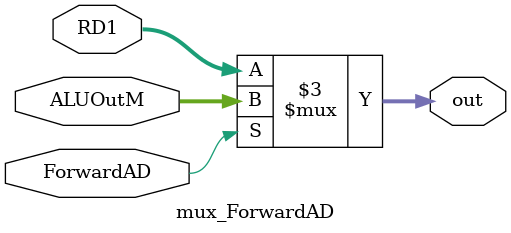
<source format=v>
`timescale 1ns / 1ps
module mux_ForwardAD(
	input wire [31:0]RD1,
	input wire [31:0]ALUOutM,
	input wire ForwardAD,
	output reg [31:0] out
    );

always @(*)
begin
      if(ForwardAD)
			out <= ALUOutM;
      else
         out <= RD1;
end
endmodule

</source>
